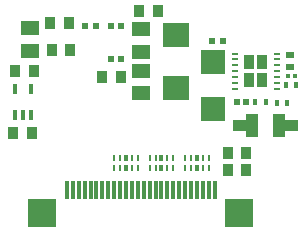
<source format=gtp>
G04*
G04 #@! TF.GenerationSoftware,Altium Limited,Altium Designer,21.6.1 (37)*
G04*
G04 Layer_Color=8421504*
%FSLAX44Y44*%
%MOMM*%
G71*
G04*
G04 #@! TF.SameCoordinates,E8A9E921-0961-4E98-9D42-7A75F99DFC46*
G04*
G04*
G04 #@! TF.FilePolarity,Positive*
G04*
G01*
G75*
%ADD16R,0.5000X0.2500*%
%ADD17R,0.9000X1.3000*%
%ADD18R,0.9000X1.3000*%
%ADD19R,0.3500X0.8500*%
%ADD20R,0.6500X0.5500*%
%ADD21R,0.4500X0.5500*%
%ADD22R,0.9000X1.0000*%
%ADD23C,0.9946*%
%ADD24C,1.0125*%
%ADD25R,2.4000X2.4000*%
%ADD26R,2.4000X2.4000*%
%ADD27R,0.3000X1.6000*%
%ADD28R,1.5000X1.3000*%
%ADD29R,2.0000X2.0000*%
G04:AMPARAMS|DCode=30|XSize=0.2mm|YSize=0.565mm|CornerRadius=0.05mm|HoleSize=0mm|Usage=FLASHONLY|Rotation=180.000|XOffset=0mm|YOffset=0mm|HoleType=Round|Shape=RoundedRectangle|*
%AMROUNDEDRECTD30*
21,1,0.2000,0.4650,0,0,180.0*
21,1,0.1000,0.5650,0,0,180.0*
1,1,0.1000,-0.0500,0.2325*
1,1,0.1000,0.0500,0.2325*
1,1,0.1000,0.0500,-0.2325*
1,1,0.1000,-0.0500,-0.2325*
%
%ADD30ROUNDEDRECTD30*%
G04:AMPARAMS|DCode=31|XSize=0.4mm|YSize=0.565mm|CornerRadius=0.05mm|HoleSize=0mm|Usage=FLASHONLY|Rotation=180.000|XOffset=0mm|YOffset=0mm|HoleType=Round|Shape=RoundedRectangle|*
%AMROUNDEDRECTD31*
21,1,0.4000,0.4650,0,0,180.0*
21,1,0.3000,0.5650,0,0,180.0*
1,1,0.1000,-0.1500,0.2325*
1,1,0.1000,0.1500,0.2325*
1,1,0.1000,0.1500,-0.2325*
1,1,0.1000,-0.1500,-0.2325*
%
%ADD31ROUNDEDRECTD31*%
%ADD32R,0.3600X0.3200*%
%ADD33R,0.6200X0.6200*%
%ADD34R,0.5200X0.5200*%
%ADD35R,2.2000X2.0500*%
G36*
X101500Y1000D02*
X91500D01*
Y6000D01*
X80500D01*
Y16000D01*
X91500D01*
Y21000D01*
X101500D01*
Y1000D01*
D02*
G37*
G36*
X124500Y16000D02*
X135500D01*
Y6000D01*
X124500D01*
Y1000D01*
X114500D01*
Y21000D01*
X124500D01*
Y16000D01*
D02*
G37*
D16*
X117500Y42000D02*
D03*
Y47000D02*
D03*
Y52000D02*
D03*
X117500Y57000D02*
D03*
X117500Y62000D02*
D03*
Y67000D02*
D03*
Y72000D02*
D03*
X82500Y72000D02*
D03*
Y67000D02*
D03*
Y62000D02*
D03*
X82500Y57000D02*
D03*
X82500Y52000D02*
D03*
Y47000D02*
D03*
Y42000D02*
D03*
D17*
X94501Y49501D02*
D03*
X94501Y64501D02*
D03*
D18*
X105500Y64500D02*
D03*
Y49500D02*
D03*
D19*
X-97210Y20250D02*
D03*
X-103710D02*
D03*
Y42250D02*
D03*
X-90710Y20250D02*
D03*
Y42250D02*
D03*
D20*
X129000Y61000D02*
D03*
Y71000D02*
D03*
D21*
X125322Y45533D02*
D03*
X134322D02*
D03*
X99500Y31000D02*
D03*
X108500D02*
D03*
X126500Y30000D02*
D03*
X117500D02*
D03*
D22*
X-57000Y75000D02*
D03*
X-73000D02*
D03*
X-88000Y57000D02*
D03*
X-104000D02*
D03*
X-90000Y5000D02*
D03*
X-106000D02*
D03*
X76000Y-27000D02*
D03*
X92000D02*
D03*
X-30000Y52000D02*
D03*
X-14000D02*
D03*
X76000Y-12000D02*
D03*
X92000D02*
D03*
X17000Y108000D02*
D03*
X1000D02*
D03*
X-74000Y97698D02*
D03*
X-58000D02*
D03*
D23*
X121125Y11625D02*
D03*
D24*
X95875Y10375D02*
D03*
D25*
X86000Y-63250D02*
D03*
D26*
X-81000D02*
D03*
D27*
X65000Y-43250D02*
D03*
X60000D02*
D03*
X55000D02*
D03*
X50000D02*
D03*
X45000D02*
D03*
X40000D02*
D03*
X35000D02*
D03*
X30000D02*
D03*
X25000D02*
D03*
X20000D02*
D03*
X15000D02*
D03*
X10000D02*
D03*
X5000D02*
D03*
X0D02*
D03*
X-5000D02*
D03*
X-10000D02*
D03*
X-15000D02*
D03*
X-20000D02*
D03*
X-25000D02*
D03*
X-30000D02*
D03*
X-35000D02*
D03*
X-40000D02*
D03*
X-45000D02*
D03*
X-50000D02*
D03*
X-55000D02*
D03*
X-60000D02*
D03*
D28*
X-91000Y74500D02*
D03*
Y93500D02*
D03*
X3000Y57500D02*
D03*
Y38500D02*
D03*
Y73500D02*
D03*
Y92500D02*
D03*
D29*
X64000Y25000D02*
D03*
Y65000D02*
D03*
D30*
X0Y-25175D02*
D03*
X-5000D02*
D03*
X-15000D02*
D03*
X-20000D02*
D03*
Y-16825D02*
D03*
X-15000D02*
D03*
X-5000D02*
D03*
X0D02*
D03*
X30000Y-25000D02*
D03*
X25000D02*
D03*
X15000D02*
D03*
X10000D02*
D03*
Y-16650D02*
D03*
X15000D02*
D03*
X25000D02*
D03*
X30000D02*
D03*
X60000Y-25000D02*
D03*
X55000D02*
D03*
X45000D02*
D03*
X40000D02*
D03*
Y-16650D02*
D03*
X45000D02*
D03*
X55000D02*
D03*
X60000D02*
D03*
D31*
X-10000Y-25175D02*
D03*
Y-16825D02*
D03*
X20000Y-25000D02*
D03*
Y-16650D02*
D03*
X50000Y-25000D02*
D03*
Y-16650D02*
D03*
D32*
X127200Y53000D02*
D03*
X132800D02*
D03*
D33*
X-23000Y67000D02*
D03*
X-14000D02*
D03*
X-23000Y95000D02*
D03*
X-14000D02*
D03*
X-44500Y95000D02*
D03*
X-35500D02*
D03*
X72000Y83000D02*
D03*
X63000D02*
D03*
D34*
X84000Y31000D02*
D03*
X92000D02*
D03*
D35*
X32000Y42500D02*
D03*
Y87500D02*
D03*
M02*

</source>
